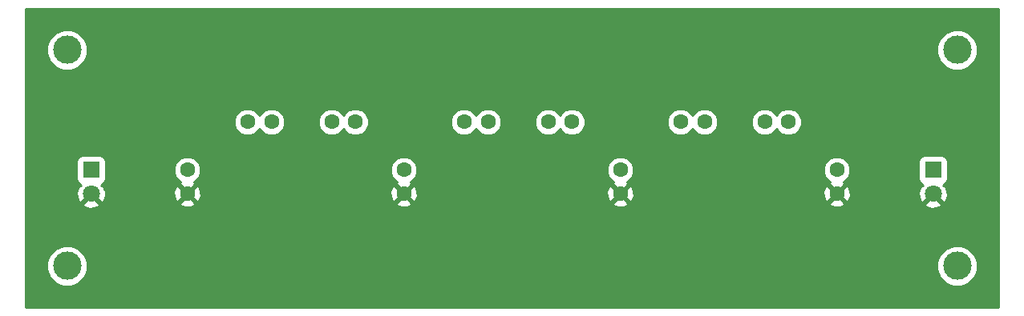
<source format=gbr>
G04 #@! TF.FileFunction,Copper,L1,Top,Signal*
%FSLAX46Y46*%
G04 Gerber Fmt 4.6, Leading zero omitted, Abs format (unit mm)*
G04 Created by KiCad (PCBNEW 4.0.7) date 02/22/18 17:58:39*
%MOMM*%
%LPD*%
G01*
G04 APERTURE LIST*
%ADD10C,0.100000*%
%ADD11C,1.600000*%
%ADD12R,1.800000X1.800000*%
%ADD13C,1.800000*%
%ADD14C,3.000000*%
%ADD15C,0.254000*%
G04 APERTURE END LIST*
D10*
D11*
X73660000Y-66040000D03*
X73660000Y-68540000D03*
X88900000Y-60960000D03*
X91400000Y-60960000D03*
X96520000Y-66040000D03*
X96520000Y-68540000D03*
X111760000Y-60960000D03*
X114260000Y-60960000D03*
X119380000Y-66040000D03*
X119380000Y-68540000D03*
X134620000Y-60960000D03*
X137120000Y-60960000D03*
X142240000Y-66040000D03*
X142240000Y-68540000D03*
D12*
X63500000Y-66040000D03*
D13*
X63500000Y-68580000D03*
D12*
X152400000Y-66040000D03*
D13*
X152400000Y-68580000D03*
D11*
X80010000Y-60960000D03*
X82550000Y-60960000D03*
X102870000Y-60960000D03*
X105410000Y-60960000D03*
X125730000Y-60960000D03*
X128270000Y-60960000D03*
D14*
X60960000Y-53340000D03*
X154940000Y-53340000D03*
X154940000Y-76200000D03*
X60960000Y-76200000D03*
D15*
G36*
X159310000Y-80570000D02*
X56590000Y-80570000D01*
X56590000Y-76622815D01*
X58824630Y-76622815D01*
X59148980Y-77407800D01*
X59749041Y-78008909D01*
X60533459Y-78334628D01*
X61382815Y-78335370D01*
X62167800Y-78011020D01*
X62768909Y-77410959D01*
X63094628Y-76626541D01*
X63094631Y-76622815D01*
X152804630Y-76622815D01*
X153128980Y-77407800D01*
X153729041Y-78008909D01*
X154513459Y-78334628D01*
X155362815Y-78335370D01*
X156147800Y-78011020D01*
X156748909Y-77410959D01*
X157074628Y-76626541D01*
X157075370Y-75777185D01*
X156751020Y-74992200D01*
X156150959Y-74391091D01*
X155366541Y-74065372D01*
X154517185Y-74064630D01*
X153732200Y-74388980D01*
X153131091Y-74989041D01*
X152805372Y-75773459D01*
X152804630Y-76622815D01*
X63094631Y-76622815D01*
X63095370Y-75777185D01*
X62771020Y-74992200D01*
X62170959Y-74391091D01*
X61386541Y-74065372D01*
X60537185Y-74064630D01*
X59752200Y-74388980D01*
X59151091Y-74989041D01*
X58825372Y-75773459D01*
X58824630Y-76622815D01*
X56590000Y-76622815D01*
X56590000Y-69660159D01*
X62599446Y-69660159D01*
X62685852Y-69916643D01*
X63259336Y-70126458D01*
X63869460Y-70100839D01*
X64314148Y-69916643D01*
X64400554Y-69660159D01*
X64288140Y-69547745D01*
X72831861Y-69547745D01*
X72905995Y-69793864D01*
X73443223Y-69986965D01*
X74013454Y-69959778D01*
X74414005Y-69793864D01*
X74488139Y-69547745D01*
X95691861Y-69547745D01*
X95765995Y-69793864D01*
X96303223Y-69986965D01*
X96873454Y-69959778D01*
X97274005Y-69793864D01*
X97348139Y-69547745D01*
X118551861Y-69547745D01*
X118625995Y-69793864D01*
X119163223Y-69986965D01*
X119733454Y-69959778D01*
X120134005Y-69793864D01*
X120208139Y-69547745D01*
X141411861Y-69547745D01*
X141485995Y-69793864D01*
X142023223Y-69986965D01*
X142593454Y-69959778D01*
X142994005Y-69793864D01*
X143034278Y-69660159D01*
X151499446Y-69660159D01*
X151585852Y-69916643D01*
X152159336Y-70126458D01*
X152769460Y-70100839D01*
X153214148Y-69916643D01*
X153300554Y-69660159D01*
X152400000Y-68759605D01*
X151499446Y-69660159D01*
X143034278Y-69660159D01*
X143068139Y-69547745D01*
X142240000Y-68719605D01*
X141411861Y-69547745D01*
X120208139Y-69547745D01*
X119380000Y-68719605D01*
X118551861Y-69547745D01*
X97348139Y-69547745D01*
X96520000Y-68719605D01*
X95691861Y-69547745D01*
X74488139Y-69547745D01*
X73660000Y-68719605D01*
X72831861Y-69547745D01*
X64288140Y-69547745D01*
X63500000Y-68759605D01*
X62599446Y-69660159D01*
X56590000Y-69660159D01*
X56590000Y-65140000D01*
X61952560Y-65140000D01*
X61952560Y-66940000D01*
X61996838Y-67175317D01*
X62135910Y-67391441D01*
X62339574Y-67530598D01*
X62305282Y-67564890D01*
X62419839Y-67679447D01*
X62163357Y-67765852D01*
X61953542Y-68339336D01*
X61979161Y-68949460D01*
X62163357Y-69394148D01*
X62419841Y-69480554D01*
X63320395Y-68580000D01*
X63306253Y-68565858D01*
X63485858Y-68386253D01*
X63500000Y-68400395D01*
X63514143Y-68386253D01*
X63693748Y-68565858D01*
X63679605Y-68580000D01*
X64580159Y-69480554D01*
X64836643Y-69394148D01*
X65046458Y-68820664D01*
X65025571Y-68323223D01*
X72213035Y-68323223D01*
X72240222Y-68893454D01*
X72406136Y-69294005D01*
X72652255Y-69368139D01*
X73480395Y-68540000D01*
X73839605Y-68540000D01*
X74667745Y-69368139D01*
X74913864Y-69294005D01*
X75106965Y-68756777D01*
X75086295Y-68323223D01*
X95073035Y-68323223D01*
X95100222Y-68893454D01*
X95266136Y-69294005D01*
X95512255Y-69368139D01*
X96340395Y-68540000D01*
X96699605Y-68540000D01*
X97527745Y-69368139D01*
X97773864Y-69294005D01*
X97966965Y-68756777D01*
X97946295Y-68323223D01*
X117933035Y-68323223D01*
X117960222Y-68893454D01*
X118126136Y-69294005D01*
X118372255Y-69368139D01*
X119200395Y-68540000D01*
X119559605Y-68540000D01*
X120387745Y-69368139D01*
X120633864Y-69294005D01*
X120826965Y-68756777D01*
X120806295Y-68323223D01*
X140793035Y-68323223D01*
X140820222Y-68893454D01*
X140986136Y-69294005D01*
X141232255Y-69368139D01*
X142060395Y-68540000D01*
X142419605Y-68540000D01*
X143247745Y-69368139D01*
X143493864Y-69294005D01*
X143686965Y-68756777D01*
X143659778Y-68186546D01*
X143493864Y-67785995D01*
X143247745Y-67711861D01*
X142419605Y-68540000D01*
X142060395Y-68540000D01*
X141232255Y-67711861D01*
X140986136Y-67785995D01*
X140793035Y-68323223D01*
X120806295Y-68323223D01*
X120799778Y-68186546D01*
X120633864Y-67785995D01*
X120387745Y-67711861D01*
X119559605Y-68540000D01*
X119200395Y-68540000D01*
X118372255Y-67711861D01*
X118126136Y-67785995D01*
X117933035Y-68323223D01*
X97946295Y-68323223D01*
X97939778Y-68186546D01*
X97773864Y-67785995D01*
X97527745Y-67711861D01*
X96699605Y-68540000D01*
X96340395Y-68540000D01*
X95512255Y-67711861D01*
X95266136Y-67785995D01*
X95073035Y-68323223D01*
X75086295Y-68323223D01*
X75079778Y-68186546D01*
X74913864Y-67785995D01*
X74667745Y-67711861D01*
X73839605Y-68540000D01*
X73480395Y-68540000D01*
X72652255Y-67711861D01*
X72406136Y-67785995D01*
X72213035Y-68323223D01*
X65025571Y-68323223D01*
X65020839Y-68210540D01*
X64836643Y-67765852D01*
X64580161Y-67679447D01*
X64694718Y-67564890D01*
X64658240Y-67528412D01*
X64851441Y-67404090D01*
X64996431Y-67191890D01*
X65047440Y-66940000D01*
X65047440Y-66324187D01*
X72224752Y-66324187D01*
X72442757Y-66851800D01*
X72846077Y-67255824D01*
X72912544Y-67283423D01*
X72905995Y-67286136D01*
X72831861Y-67532255D01*
X73660000Y-68360395D01*
X74488139Y-67532255D01*
X74414005Y-67286136D01*
X74407517Y-67283804D01*
X74471800Y-67257243D01*
X74875824Y-66853923D01*
X75094750Y-66326691D01*
X75094752Y-66324187D01*
X95084752Y-66324187D01*
X95302757Y-66851800D01*
X95706077Y-67255824D01*
X95772544Y-67283423D01*
X95765995Y-67286136D01*
X95691861Y-67532255D01*
X96520000Y-68360395D01*
X97348139Y-67532255D01*
X97274005Y-67286136D01*
X97267517Y-67283804D01*
X97331800Y-67257243D01*
X97735824Y-66853923D01*
X97954750Y-66326691D01*
X97954752Y-66324187D01*
X117944752Y-66324187D01*
X118162757Y-66851800D01*
X118566077Y-67255824D01*
X118632544Y-67283423D01*
X118625995Y-67286136D01*
X118551861Y-67532255D01*
X119380000Y-68360395D01*
X120208139Y-67532255D01*
X120134005Y-67286136D01*
X120127517Y-67283804D01*
X120191800Y-67257243D01*
X120595824Y-66853923D01*
X120814750Y-66326691D01*
X120814752Y-66324187D01*
X140804752Y-66324187D01*
X141022757Y-66851800D01*
X141426077Y-67255824D01*
X141492544Y-67283423D01*
X141485995Y-67286136D01*
X141411861Y-67532255D01*
X142240000Y-68360395D01*
X143068139Y-67532255D01*
X142994005Y-67286136D01*
X142987517Y-67283804D01*
X143051800Y-67257243D01*
X143455824Y-66853923D01*
X143674750Y-66326691D01*
X143675248Y-65755813D01*
X143457243Y-65228200D01*
X143369197Y-65140000D01*
X150852560Y-65140000D01*
X150852560Y-66940000D01*
X150896838Y-67175317D01*
X151035910Y-67391441D01*
X151239574Y-67530598D01*
X151205282Y-67564890D01*
X151319839Y-67679447D01*
X151063357Y-67765852D01*
X150853542Y-68339336D01*
X150879161Y-68949460D01*
X151063357Y-69394148D01*
X151319841Y-69480554D01*
X152220395Y-68580000D01*
X152206253Y-68565858D01*
X152385858Y-68386253D01*
X152400000Y-68400395D01*
X152414143Y-68386253D01*
X152593748Y-68565858D01*
X152579605Y-68580000D01*
X153480159Y-69480554D01*
X153736643Y-69394148D01*
X153946458Y-68820664D01*
X153920839Y-68210540D01*
X153736643Y-67765852D01*
X153480161Y-67679447D01*
X153594718Y-67564890D01*
X153558240Y-67528412D01*
X153751441Y-67404090D01*
X153896431Y-67191890D01*
X153947440Y-66940000D01*
X153947440Y-65140000D01*
X153903162Y-64904683D01*
X153764090Y-64688559D01*
X153551890Y-64543569D01*
X153300000Y-64492560D01*
X151500000Y-64492560D01*
X151264683Y-64536838D01*
X151048559Y-64675910D01*
X150903569Y-64888110D01*
X150852560Y-65140000D01*
X143369197Y-65140000D01*
X143053923Y-64824176D01*
X142526691Y-64605250D01*
X141955813Y-64604752D01*
X141428200Y-64822757D01*
X141024176Y-65226077D01*
X140805250Y-65753309D01*
X140804752Y-66324187D01*
X120814752Y-66324187D01*
X120815248Y-65755813D01*
X120597243Y-65228200D01*
X120193923Y-64824176D01*
X119666691Y-64605250D01*
X119095813Y-64604752D01*
X118568200Y-64822757D01*
X118164176Y-65226077D01*
X117945250Y-65753309D01*
X117944752Y-66324187D01*
X97954752Y-66324187D01*
X97955248Y-65755813D01*
X97737243Y-65228200D01*
X97333923Y-64824176D01*
X96806691Y-64605250D01*
X96235813Y-64604752D01*
X95708200Y-64822757D01*
X95304176Y-65226077D01*
X95085250Y-65753309D01*
X95084752Y-66324187D01*
X75094752Y-66324187D01*
X75095248Y-65755813D01*
X74877243Y-65228200D01*
X74473923Y-64824176D01*
X73946691Y-64605250D01*
X73375813Y-64604752D01*
X72848200Y-64822757D01*
X72444176Y-65226077D01*
X72225250Y-65753309D01*
X72224752Y-66324187D01*
X65047440Y-66324187D01*
X65047440Y-65140000D01*
X65003162Y-64904683D01*
X64864090Y-64688559D01*
X64651890Y-64543569D01*
X64400000Y-64492560D01*
X62600000Y-64492560D01*
X62364683Y-64536838D01*
X62148559Y-64675910D01*
X62003569Y-64888110D01*
X61952560Y-65140000D01*
X56590000Y-65140000D01*
X56590000Y-61244187D01*
X78574752Y-61244187D01*
X78792757Y-61771800D01*
X79196077Y-62175824D01*
X79723309Y-62394750D01*
X80294187Y-62395248D01*
X80821800Y-62177243D01*
X81225824Y-61773923D01*
X81279862Y-61643785D01*
X81332757Y-61771800D01*
X81736077Y-62175824D01*
X82263309Y-62394750D01*
X82834187Y-62395248D01*
X83361800Y-62177243D01*
X83765824Y-61773923D01*
X83984750Y-61246691D01*
X83984752Y-61244187D01*
X87464752Y-61244187D01*
X87682757Y-61771800D01*
X88086077Y-62175824D01*
X88613309Y-62394750D01*
X89184187Y-62395248D01*
X89711800Y-62177243D01*
X90115824Y-61773923D01*
X90149813Y-61692069D01*
X90182757Y-61771800D01*
X90586077Y-62175824D01*
X91113309Y-62394750D01*
X91684187Y-62395248D01*
X92211800Y-62177243D01*
X92615824Y-61773923D01*
X92834750Y-61246691D01*
X92834752Y-61244187D01*
X101434752Y-61244187D01*
X101652757Y-61771800D01*
X102056077Y-62175824D01*
X102583309Y-62394750D01*
X103154187Y-62395248D01*
X103681800Y-62177243D01*
X104085824Y-61773923D01*
X104139862Y-61643785D01*
X104192757Y-61771800D01*
X104596077Y-62175824D01*
X105123309Y-62394750D01*
X105694187Y-62395248D01*
X106221800Y-62177243D01*
X106625824Y-61773923D01*
X106844750Y-61246691D01*
X106844752Y-61244187D01*
X110324752Y-61244187D01*
X110542757Y-61771800D01*
X110946077Y-62175824D01*
X111473309Y-62394750D01*
X112044187Y-62395248D01*
X112571800Y-62177243D01*
X112975824Y-61773923D01*
X113009813Y-61692069D01*
X113042757Y-61771800D01*
X113446077Y-62175824D01*
X113973309Y-62394750D01*
X114544187Y-62395248D01*
X115071800Y-62177243D01*
X115475824Y-61773923D01*
X115694750Y-61246691D01*
X115694752Y-61244187D01*
X124294752Y-61244187D01*
X124512757Y-61771800D01*
X124916077Y-62175824D01*
X125443309Y-62394750D01*
X126014187Y-62395248D01*
X126541800Y-62177243D01*
X126945824Y-61773923D01*
X126999862Y-61643785D01*
X127052757Y-61771800D01*
X127456077Y-62175824D01*
X127983309Y-62394750D01*
X128554187Y-62395248D01*
X129081800Y-62177243D01*
X129485824Y-61773923D01*
X129704750Y-61246691D01*
X129704752Y-61244187D01*
X133184752Y-61244187D01*
X133402757Y-61771800D01*
X133806077Y-62175824D01*
X134333309Y-62394750D01*
X134904187Y-62395248D01*
X135431800Y-62177243D01*
X135835824Y-61773923D01*
X135869813Y-61692069D01*
X135902757Y-61771800D01*
X136306077Y-62175824D01*
X136833309Y-62394750D01*
X137404187Y-62395248D01*
X137931800Y-62177243D01*
X138335824Y-61773923D01*
X138554750Y-61246691D01*
X138555248Y-60675813D01*
X138337243Y-60148200D01*
X137933923Y-59744176D01*
X137406691Y-59525250D01*
X136835813Y-59524752D01*
X136308200Y-59742757D01*
X135904176Y-60146077D01*
X135870187Y-60227931D01*
X135837243Y-60148200D01*
X135433923Y-59744176D01*
X134906691Y-59525250D01*
X134335813Y-59524752D01*
X133808200Y-59742757D01*
X133404176Y-60146077D01*
X133185250Y-60673309D01*
X133184752Y-61244187D01*
X129704752Y-61244187D01*
X129705248Y-60675813D01*
X129487243Y-60148200D01*
X129083923Y-59744176D01*
X128556691Y-59525250D01*
X127985813Y-59524752D01*
X127458200Y-59742757D01*
X127054176Y-60146077D01*
X127000138Y-60276215D01*
X126947243Y-60148200D01*
X126543923Y-59744176D01*
X126016691Y-59525250D01*
X125445813Y-59524752D01*
X124918200Y-59742757D01*
X124514176Y-60146077D01*
X124295250Y-60673309D01*
X124294752Y-61244187D01*
X115694752Y-61244187D01*
X115695248Y-60675813D01*
X115477243Y-60148200D01*
X115073923Y-59744176D01*
X114546691Y-59525250D01*
X113975813Y-59524752D01*
X113448200Y-59742757D01*
X113044176Y-60146077D01*
X113010187Y-60227931D01*
X112977243Y-60148200D01*
X112573923Y-59744176D01*
X112046691Y-59525250D01*
X111475813Y-59524752D01*
X110948200Y-59742757D01*
X110544176Y-60146077D01*
X110325250Y-60673309D01*
X110324752Y-61244187D01*
X106844752Y-61244187D01*
X106845248Y-60675813D01*
X106627243Y-60148200D01*
X106223923Y-59744176D01*
X105696691Y-59525250D01*
X105125813Y-59524752D01*
X104598200Y-59742757D01*
X104194176Y-60146077D01*
X104140138Y-60276215D01*
X104087243Y-60148200D01*
X103683923Y-59744176D01*
X103156691Y-59525250D01*
X102585813Y-59524752D01*
X102058200Y-59742757D01*
X101654176Y-60146077D01*
X101435250Y-60673309D01*
X101434752Y-61244187D01*
X92834752Y-61244187D01*
X92835248Y-60675813D01*
X92617243Y-60148200D01*
X92213923Y-59744176D01*
X91686691Y-59525250D01*
X91115813Y-59524752D01*
X90588200Y-59742757D01*
X90184176Y-60146077D01*
X90150187Y-60227931D01*
X90117243Y-60148200D01*
X89713923Y-59744176D01*
X89186691Y-59525250D01*
X88615813Y-59524752D01*
X88088200Y-59742757D01*
X87684176Y-60146077D01*
X87465250Y-60673309D01*
X87464752Y-61244187D01*
X83984752Y-61244187D01*
X83985248Y-60675813D01*
X83767243Y-60148200D01*
X83363923Y-59744176D01*
X82836691Y-59525250D01*
X82265813Y-59524752D01*
X81738200Y-59742757D01*
X81334176Y-60146077D01*
X81280138Y-60276215D01*
X81227243Y-60148200D01*
X80823923Y-59744176D01*
X80296691Y-59525250D01*
X79725813Y-59524752D01*
X79198200Y-59742757D01*
X78794176Y-60146077D01*
X78575250Y-60673309D01*
X78574752Y-61244187D01*
X56590000Y-61244187D01*
X56590000Y-53762815D01*
X58824630Y-53762815D01*
X59148980Y-54547800D01*
X59749041Y-55148909D01*
X60533459Y-55474628D01*
X61382815Y-55475370D01*
X62167800Y-55151020D01*
X62768909Y-54550959D01*
X63094628Y-53766541D01*
X63094631Y-53762815D01*
X152804630Y-53762815D01*
X153128980Y-54547800D01*
X153729041Y-55148909D01*
X154513459Y-55474628D01*
X155362815Y-55475370D01*
X156147800Y-55151020D01*
X156748909Y-54550959D01*
X157074628Y-53766541D01*
X157075370Y-52917185D01*
X156751020Y-52132200D01*
X156150959Y-51531091D01*
X155366541Y-51205372D01*
X154517185Y-51204630D01*
X153732200Y-51528980D01*
X153131091Y-52129041D01*
X152805372Y-52913459D01*
X152804630Y-53762815D01*
X63094631Y-53762815D01*
X63095370Y-52917185D01*
X62771020Y-52132200D01*
X62170959Y-51531091D01*
X61386541Y-51205372D01*
X60537185Y-51204630D01*
X59752200Y-51528980D01*
X59151091Y-52129041D01*
X58825372Y-52913459D01*
X58824630Y-53762815D01*
X56590000Y-53762815D01*
X56590000Y-48970000D01*
X159310000Y-48970000D01*
X159310000Y-80570000D01*
X159310000Y-80570000D01*
G37*
X159310000Y-80570000D02*
X56590000Y-80570000D01*
X56590000Y-76622815D01*
X58824630Y-76622815D01*
X59148980Y-77407800D01*
X59749041Y-78008909D01*
X60533459Y-78334628D01*
X61382815Y-78335370D01*
X62167800Y-78011020D01*
X62768909Y-77410959D01*
X63094628Y-76626541D01*
X63094631Y-76622815D01*
X152804630Y-76622815D01*
X153128980Y-77407800D01*
X153729041Y-78008909D01*
X154513459Y-78334628D01*
X155362815Y-78335370D01*
X156147800Y-78011020D01*
X156748909Y-77410959D01*
X157074628Y-76626541D01*
X157075370Y-75777185D01*
X156751020Y-74992200D01*
X156150959Y-74391091D01*
X155366541Y-74065372D01*
X154517185Y-74064630D01*
X153732200Y-74388980D01*
X153131091Y-74989041D01*
X152805372Y-75773459D01*
X152804630Y-76622815D01*
X63094631Y-76622815D01*
X63095370Y-75777185D01*
X62771020Y-74992200D01*
X62170959Y-74391091D01*
X61386541Y-74065372D01*
X60537185Y-74064630D01*
X59752200Y-74388980D01*
X59151091Y-74989041D01*
X58825372Y-75773459D01*
X58824630Y-76622815D01*
X56590000Y-76622815D01*
X56590000Y-69660159D01*
X62599446Y-69660159D01*
X62685852Y-69916643D01*
X63259336Y-70126458D01*
X63869460Y-70100839D01*
X64314148Y-69916643D01*
X64400554Y-69660159D01*
X64288140Y-69547745D01*
X72831861Y-69547745D01*
X72905995Y-69793864D01*
X73443223Y-69986965D01*
X74013454Y-69959778D01*
X74414005Y-69793864D01*
X74488139Y-69547745D01*
X95691861Y-69547745D01*
X95765995Y-69793864D01*
X96303223Y-69986965D01*
X96873454Y-69959778D01*
X97274005Y-69793864D01*
X97348139Y-69547745D01*
X118551861Y-69547745D01*
X118625995Y-69793864D01*
X119163223Y-69986965D01*
X119733454Y-69959778D01*
X120134005Y-69793864D01*
X120208139Y-69547745D01*
X141411861Y-69547745D01*
X141485995Y-69793864D01*
X142023223Y-69986965D01*
X142593454Y-69959778D01*
X142994005Y-69793864D01*
X143034278Y-69660159D01*
X151499446Y-69660159D01*
X151585852Y-69916643D01*
X152159336Y-70126458D01*
X152769460Y-70100839D01*
X153214148Y-69916643D01*
X153300554Y-69660159D01*
X152400000Y-68759605D01*
X151499446Y-69660159D01*
X143034278Y-69660159D01*
X143068139Y-69547745D01*
X142240000Y-68719605D01*
X141411861Y-69547745D01*
X120208139Y-69547745D01*
X119380000Y-68719605D01*
X118551861Y-69547745D01*
X97348139Y-69547745D01*
X96520000Y-68719605D01*
X95691861Y-69547745D01*
X74488139Y-69547745D01*
X73660000Y-68719605D01*
X72831861Y-69547745D01*
X64288140Y-69547745D01*
X63500000Y-68759605D01*
X62599446Y-69660159D01*
X56590000Y-69660159D01*
X56590000Y-65140000D01*
X61952560Y-65140000D01*
X61952560Y-66940000D01*
X61996838Y-67175317D01*
X62135910Y-67391441D01*
X62339574Y-67530598D01*
X62305282Y-67564890D01*
X62419839Y-67679447D01*
X62163357Y-67765852D01*
X61953542Y-68339336D01*
X61979161Y-68949460D01*
X62163357Y-69394148D01*
X62419841Y-69480554D01*
X63320395Y-68580000D01*
X63306253Y-68565858D01*
X63485858Y-68386253D01*
X63500000Y-68400395D01*
X63514143Y-68386253D01*
X63693748Y-68565858D01*
X63679605Y-68580000D01*
X64580159Y-69480554D01*
X64836643Y-69394148D01*
X65046458Y-68820664D01*
X65025571Y-68323223D01*
X72213035Y-68323223D01*
X72240222Y-68893454D01*
X72406136Y-69294005D01*
X72652255Y-69368139D01*
X73480395Y-68540000D01*
X73839605Y-68540000D01*
X74667745Y-69368139D01*
X74913864Y-69294005D01*
X75106965Y-68756777D01*
X75086295Y-68323223D01*
X95073035Y-68323223D01*
X95100222Y-68893454D01*
X95266136Y-69294005D01*
X95512255Y-69368139D01*
X96340395Y-68540000D01*
X96699605Y-68540000D01*
X97527745Y-69368139D01*
X97773864Y-69294005D01*
X97966965Y-68756777D01*
X97946295Y-68323223D01*
X117933035Y-68323223D01*
X117960222Y-68893454D01*
X118126136Y-69294005D01*
X118372255Y-69368139D01*
X119200395Y-68540000D01*
X119559605Y-68540000D01*
X120387745Y-69368139D01*
X120633864Y-69294005D01*
X120826965Y-68756777D01*
X120806295Y-68323223D01*
X140793035Y-68323223D01*
X140820222Y-68893454D01*
X140986136Y-69294005D01*
X141232255Y-69368139D01*
X142060395Y-68540000D01*
X142419605Y-68540000D01*
X143247745Y-69368139D01*
X143493864Y-69294005D01*
X143686965Y-68756777D01*
X143659778Y-68186546D01*
X143493864Y-67785995D01*
X143247745Y-67711861D01*
X142419605Y-68540000D01*
X142060395Y-68540000D01*
X141232255Y-67711861D01*
X140986136Y-67785995D01*
X140793035Y-68323223D01*
X120806295Y-68323223D01*
X120799778Y-68186546D01*
X120633864Y-67785995D01*
X120387745Y-67711861D01*
X119559605Y-68540000D01*
X119200395Y-68540000D01*
X118372255Y-67711861D01*
X118126136Y-67785995D01*
X117933035Y-68323223D01*
X97946295Y-68323223D01*
X97939778Y-68186546D01*
X97773864Y-67785995D01*
X97527745Y-67711861D01*
X96699605Y-68540000D01*
X96340395Y-68540000D01*
X95512255Y-67711861D01*
X95266136Y-67785995D01*
X95073035Y-68323223D01*
X75086295Y-68323223D01*
X75079778Y-68186546D01*
X74913864Y-67785995D01*
X74667745Y-67711861D01*
X73839605Y-68540000D01*
X73480395Y-68540000D01*
X72652255Y-67711861D01*
X72406136Y-67785995D01*
X72213035Y-68323223D01*
X65025571Y-68323223D01*
X65020839Y-68210540D01*
X64836643Y-67765852D01*
X64580161Y-67679447D01*
X64694718Y-67564890D01*
X64658240Y-67528412D01*
X64851441Y-67404090D01*
X64996431Y-67191890D01*
X65047440Y-66940000D01*
X65047440Y-66324187D01*
X72224752Y-66324187D01*
X72442757Y-66851800D01*
X72846077Y-67255824D01*
X72912544Y-67283423D01*
X72905995Y-67286136D01*
X72831861Y-67532255D01*
X73660000Y-68360395D01*
X74488139Y-67532255D01*
X74414005Y-67286136D01*
X74407517Y-67283804D01*
X74471800Y-67257243D01*
X74875824Y-66853923D01*
X75094750Y-66326691D01*
X75094752Y-66324187D01*
X95084752Y-66324187D01*
X95302757Y-66851800D01*
X95706077Y-67255824D01*
X95772544Y-67283423D01*
X95765995Y-67286136D01*
X95691861Y-67532255D01*
X96520000Y-68360395D01*
X97348139Y-67532255D01*
X97274005Y-67286136D01*
X97267517Y-67283804D01*
X97331800Y-67257243D01*
X97735824Y-66853923D01*
X97954750Y-66326691D01*
X97954752Y-66324187D01*
X117944752Y-66324187D01*
X118162757Y-66851800D01*
X118566077Y-67255824D01*
X118632544Y-67283423D01*
X118625995Y-67286136D01*
X118551861Y-67532255D01*
X119380000Y-68360395D01*
X120208139Y-67532255D01*
X120134005Y-67286136D01*
X120127517Y-67283804D01*
X120191800Y-67257243D01*
X120595824Y-66853923D01*
X120814750Y-66326691D01*
X120814752Y-66324187D01*
X140804752Y-66324187D01*
X141022757Y-66851800D01*
X141426077Y-67255824D01*
X141492544Y-67283423D01*
X141485995Y-67286136D01*
X141411861Y-67532255D01*
X142240000Y-68360395D01*
X143068139Y-67532255D01*
X142994005Y-67286136D01*
X142987517Y-67283804D01*
X143051800Y-67257243D01*
X143455824Y-66853923D01*
X143674750Y-66326691D01*
X143675248Y-65755813D01*
X143457243Y-65228200D01*
X143369197Y-65140000D01*
X150852560Y-65140000D01*
X150852560Y-66940000D01*
X150896838Y-67175317D01*
X151035910Y-67391441D01*
X151239574Y-67530598D01*
X151205282Y-67564890D01*
X151319839Y-67679447D01*
X151063357Y-67765852D01*
X150853542Y-68339336D01*
X150879161Y-68949460D01*
X151063357Y-69394148D01*
X151319841Y-69480554D01*
X152220395Y-68580000D01*
X152206253Y-68565858D01*
X152385858Y-68386253D01*
X152400000Y-68400395D01*
X152414143Y-68386253D01*
X152593748Y-68565858D01*
X152579605Y-68580000D01*
X153480159Y-69480554D01*
X153736643Y-69394148D01*
X153946458Y-68820664D01*
X153920839Y-68210540D01*
X153736643Y-67765852D01*
X153480161Y-67679447D01*
X153594718Y-67564890D01*
X153558240Y-67528412D01*
X153751441Y-67404090D01*
X153896431Y-67191890D01*
X153947440Y-66940000D01*
X153947440Y-65140000D01*
X153903162Y-64904683D01*
X153764090Y-64688559D01*
X153551890Y-64543569D01*
X153300000Y-64492560D01*
X151500000Y-64492560D01*
X151264683Y-64536838D01*
X151048559Y-64675910D01*
X150903569Y-64888110D01*
X150852560Y-65140000D01*
X143369197Y-65140000D01*
X143053923Y-64824176D01*
X142526691Y-64605250D01*
X141955813Y-64604752D01*
X141428200Y-64822757D01*
X141024176Y-65226077D01*
X140805250Y-65753309D01*
X140804752Y-66324187D01*
X120814752Y-66324187D01*
X120815248Y-65755813D01*
X120597243Y-65228200D01*
X120193923Y-64824176D01*
X119666691Y-64605250D01*
X119095813Y-64604752D01*
X118568200Y-64822757D01*
X118164176Y-65226077D01*
X117945250Y-65753309D01*
X117944752Y-66324187D01*
X97954752Y-66324187D01*
X97955248Y-65755813D01*
X97737243Y-65228200D01*
X97333923Y-64824176D01*
X96806691Y-64605250D01*
X96235813Y-64604752D01*
X95708200Y-64822757D01*
X95304176Y-65226077D01*
X95085250Y-65753309D01*
X95084752Y-66324187D01*
X75094752Y-66324187D01*
X75095248Y-65755813D01*
X74877243Y-65228200D01*
X74473923Y-64824176D01*
X73946691Y-64605250D01*
X73375813Y-64604752D01*
X72848200Y-64822757D01*
X72444176Y-65226077D01*
X72225250Y-65753309D01*
X72224752Y-66324187D01*
X65047440Y-66324187D01*
X65047440Y-65140000D01*
X65003162Y-64904683D01*
X64864090Y-64688559D01*
X64651890Y-64543569D01*
X64400000Y-64492560D01*
X62600000Y-64492560D01*
X62364683Y-64536838D01*
X62148559Y-64675910D01*
X62003569Y-64888110D01*
X61952560Y-65140000D01*
X56590000Y-65140000D01*
X56590000Y-61244187D01*
X78574752Y-61244187D01*
X78792757Y-61771800D01*
X79196077Y-62175824D01*
X79723309Y-62394750D01*
X80294187Y-62395248D01*
X80821800Y-62177243D01*
X81225824Y-61773923D01*
X81279862Y-61643785D01*
X81332757Y-61771800D01*
X81736077Y-62175824D01*
X82263309Y-62394750D01*
X82834187Y-62395248D01*
X83361800Y-62177243D01*
X83765824Y-61773923D01*
X83984750Y-61246691D01*
X83984752Y-61244187D01*
X87464752Y-61244187D01*
X87682757Y-61771800D01*
X88086077Y-62175824D01*
X88613309Y-62394750D01*
X89184187Y-62395248D01*
X89711800Y-62177243D01*
X90115824Y-61773923D01*
X90149813Y-61692069D01*
X90182757Y-61771800D01*
X90586077Y-62175824D01*
X91113309Y-62394750D01*
X91684187Y-62395248D01*
X92211800Y-62177243D01*
X92615824Y-61773923D01*
X92834750Y-61246691D01*
X92834752Y-61244187D01*
X101434752Y-61244187D01*
X101652757Y-61771800D01*
X102056077Y-62175824D01*
X102583309Y-62394750D01*
X103154187Y-62395248D01*
X103681800Y-62177243D01*
X104085824Y-61773923D01*
X104139862Y-61643785D01*
X104192757Y-61771800D01*
X104596077Y-62175824D01*
X105123309Y-62394750D01*
X105694187Y-62395248D01*
X106221800Y-62177243D01*
X106625824Y-61773923D01*
X106844750Y-61246691D01*
X106844752Y-61244187D01*
X110324752Y-61244187D01*
X110542757Y-61771800D01*
X110946077Y-62175824D01*
X111473309Y-62394750D01*
X112044187Y-62395248D01*
X112571800Y-62177243D01*
X112975824Y-61773923D01*
X113009813Y-61692069D01*
X113042757Y-61771800D01*
X113446077Y-62175824D01*
X113973309Y-62394750D01*
X114544187Y-62395248D01*
X115071800Y-62177243D01*
X115475824Y-61773923D01*
X115694750Y-61246691D01*
X115694752Y-61244187D01*
X124294752Y-61244187D01*
X124512757Y-61771800D01*
X124916077Y-62175824D01*
X125443309Y-62394750D01*
X126014187Y-62395248D01*
X126541800Y-62177243D01*
X126945824Y-61773923D01*
X126999862Y-61643785D01*
X127052757Y-61771800D01*
X127456077Y-62175824D01*
X127983309Y-62394750D01*
X128554187Y-62395248D01*
X129081800Y-62177243D01*
X129485824Y-61773923D01*
X129704750Y-61246691D01*
X129704752Y-61244187D01*
X133184752Y-61244187D01*
X133402757Y-61771800D01*
X133806077Y-62175824D01*
X134333309Y-62394750D01*
X134904187Y-62395248D01*
X135431800Y-62177243D01*
X135835824Y-61773923D01*
X135869813Y-61692069D01*
X135902757Y-61771800D01*
X136306077Y-62175824D01*
X136833309Y-62394750D01*
X137404187Y-62395248D01*
X137931800Y-62177243D01*
X138335824Y-61773923D01*
X138554750Y-61246691D01*
X138555248Y-60675813D01*
X138337243Y-60148200D01*
X137933923Y-59744176D01*
X137406691Y-59525250D01*
X136835813Y-59524752D01*
X136308200Y-59742757D01*
X135904176Y-60146077D01*
X135870187Y-60227931D01*
X135837243Y-60148200D01*
X135433923Y-59744176D01*
X134906691Y-59525250D01*
X134335813Y-59524752D01*
X133808200Y-59742757D01*
X133404176Y-60146077D01*
X133185250Y-60673309D01*
X133184752Y-61244187D01*
X129704752Y-61244187D01*
X129705248Y-60675813D01*
X129487243Y-60148200D01*
X129083923Y-59744176D01*
X128556691Y-59525250D01*
X127985813Y-59524752D01*
X127458200Y-59742757D01*
X127054176Y-60146077D01*
X127000138Y-60276215D01*
X126947243Y-60148200D01*
X126543923Y-59744176D01*
X126016691Y-59525250D01*
X125445813Y-59524752D01*
X124918200Y-59742757D01*
X124514176Y-60146077D01*
X124295250Y-60673309D01*
X124294752Y-61244187D01*
X115694752Y-61244187D01*
X115695248Y-60675813D01*
X115477243Y-60148200D01*
X115073923Y-59744176D01*
X114546691Y-59525250D01*
X113975813Y-59524752D01*
X113448200Y-59742757D01*
X113044176Y-60146077D01*
X113010187Y-60227931D01*
X112977243Y-60148200D01*
X112573923Y-59744176D01*
X112046691Y-59525250D01*
X111475813Y-59524752D01*
X110948200Y-59742757D01*
X110544176Y-60146077D01*
X110325250Y-60673309D01*
X110324752Y-61244187D01*
X106844752Y-61244187D01*
X106845248Y-60675813D01*
X106627243Y-60148200D01*
X106223923Y-59744176D01*
X105696691Y-59525250D01*
X105125813Y-59524752D01*
X104598200Y-59742757D01*
X104194176Y-60146077D01*
X104140138Y-60276215D01*
X104087243Y-60148200D01*
X103683923Y-59744176D01*
X103156691Y-59525250D01*
X102585813Y-59524752D01*
X102058200Y-59742757D01*
X101654176Y-60146077D01*
X101435250Y-60673309D01*
X101434752Y-61244187D01*
X92834752Y-61244187D01*
X92835248Y-60675813D01*
X92617243Y-60148200D01*
X92213923Y-59744176D01*
X91686691Y-59525250D01*
X91115813Y-59524752D01*
X90588200Y-59742757D01*
X90184176Y-60146077D01*
X90150187Y-60227931D01*
X90117243Y-60148200D01*
X89713923Y-59744176D01*
X89186691Y-59525250D01*
X88615813Y-59524752D01*
X88088200Y-59742757D01*
X87684176Y-60146077D01*
X87465250Y-60673309D01*
X87464752Y-61244187D01*
X83984752Y-61244187D01*
X83985248Y-60675813D01*
X83767243Y-60148200D01*
X83363923Y-59744176D01*
X82836691Y-59525250D01*
X82265813Y-59524752D01*
X81738200Y-59742757D01*
X81334176Y-60146077D01*
X81280138Y-60276215D01*
X81227243Y-60148200D01*
X80823923Y-59744176D01*
X80296691Y-59525250D01*
X79725813Y-59524752D01*
X79198200Y-59742757D01*
X78794176Y-60146077D01*
X78575250Y-60673309D01*
X78574752Y-61244187D01*
X56590000Y-61244187D01*
X56590000Y-53762815D01*
X58824630Y-53762815D01*
X59148980Y-54547800D01*
X59749041Y-55148909D01*
X60533459Y-55474628D01*
X61382815Y-55475370D01*
X62167800Y-55151020D01*
X62768909Y-54550959D01*
X63094628Y-53766541D01*
X63094631Y-53762815D01*
X152804630Y-53762815D01*
X153128980Y-54547800D01*
X153729041Y-55148909D01*
X154513459Y-55474628D01*
X155362815Y-55475370D01*
X156147800Y-55151020D01*
X156748909Y-54550959D01*
X157074628Y-53766541D01*
X157075370Y-52917185D01*
X156751020Y-52132200D01*
X156150959Y-51531091D01*
X155366541Y-51205372D01*
X154517185Y-51204630D01*
X153732200Y-51528980D01*
X153131091Y-52129041D01*
X152805372Y-52913459D01*
X152804630Y-53762815D01*
X63094631Y-53762815D01*
X63095370Y-52917185D01*
X62771020Y-52132200D01*
X62170959Y-51531091D01*
X61386541Y-51205372D01*
X60537185Y-51204630D01*
X59752200Y-51528980D01*
X59151091Y-52129041D01*
X58825372Y-52913459D01*
X58824630Y-53762815D01*
X56590000Y-53762815D01*
X56590000Y-48970000D01*
X159310000Y-48970000D01*
X159310000Y-80570000D01*
M02*

</source>
